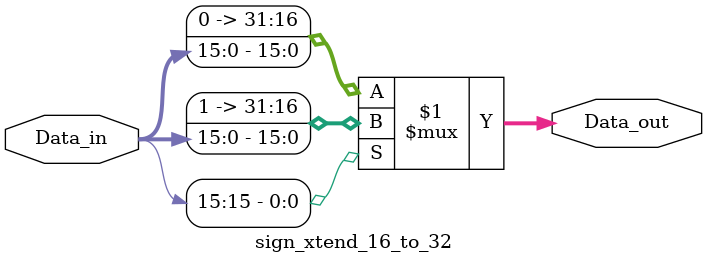
<source format=v>
module sign_xtend_16_to_32(
    input wire [15:0] Data_in,
    output wire [31:0] Data_out
);
    assign Data_out = (Data_in[15]) ? {{16{1'b1}},Data_in} : {{16{1'b0}},Data_in};
endmodule
</source>
